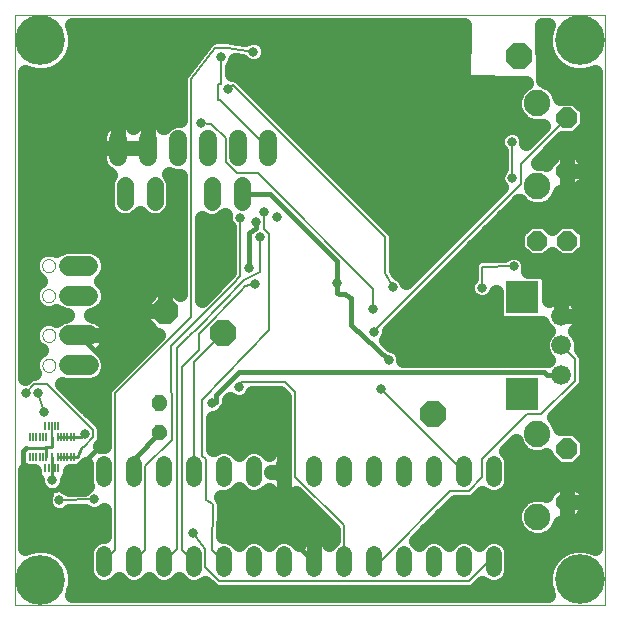
<source format=gtl>
G75*
%MOIN*%
%OFA0B0*%
%FSLAX24Y24*%
%IPPOS*%
%LPD*%
%AMOC8*
5,1,8,0,0,1.08239X$1,22.5*
%
%ADD10C,0.0000*%
%ADD11OC8,0.0850*%
%ADD12C,0.0520*%
%ADD13C,0.0560*%
%ADD14C,0.0104*%
%ADD15OC8,0.0660*%
%ADD16OC8,0.0700*%
%ADD17C,0.0885*%
%ADD18C,0.0660*%
%ADD19R,0.1102X0.1102*%
%ADD20C,0.0600*%
%ADD21C,0.0650*%
%ADD22R,0.0112X0.0276*%
%ADD23C,0.0160*%
%ADD24C,0.0317*%
%ADD25C,0.0110*%
%ADD26C,0.0500*%
%ADD27C,0.0100*%
%ADD28C,0.0080*%
%ADD29C,0.1660*%
D10*
X000350Y000350D02*
X000350Y020035D01*
X020035Y020035D01*
X020035Y000350D01*
X000350Y000350D01*
X001267Y008344D02*
X001269Y008373D01*
X001275Y008401D01*
X001284Y008429D01*
X001297Y008455D01*
X001314Y008478D01*
X001333Y008500D01*
X001355Y008519D01*
X001380Y008534D01*
X001406Y008547D01*
X001434Y008555D01*
X001462Y008560D01*
X001491Y008561D01*
X001520Y008558D01*
X001548Y008551D01*
X001575Y008541D01*
X001601Y008527D01*
X001624Y008510D01*
X001645Y008490D01*
X001663Y008467D01*
X001678Y008442D01*
X001689Y008415D01*
X001697Y008387D01*
X001701Y008358D01*
X001701Y008330D01*
X001697Y008301D01*
X001689Y008273D01*
X001678Y008246D01*
X001663Y008221D01*
X001645Y008198D01*
X001624Y008178D01*
X001601Y008161D01*
X001575Y008147D01*
X001548Y008137D01*
X001520Y008130D01*
X001491Y008127D01*
X001462Y008128D01*
X001434Y008133D01*
X001406Y008141D01*
X001380Y008154D01*
X001355Y008169D01*
X001333Y008188D01*
X001314Y008210D01*
X001297Y008233D01*
X001284Y008259D01*
X001275Y008287D01*
X001269Y008315D01*
X001267Y008344D01*
X001267Y009344D02*
X001269Y009373D01*
X001275Y009401D01*
X001284Y009429D01*
X001297Y009455D01*
X001314Y009478D01*
X001333Y009500D01*
X001355Y009519D01*
X001380Y009534D01*
X001406Y009547D01*
X001434Y009555D01*
X001462Y009560D01*
X001491Y009561D01*
X001520Y009558D01*
X001548Y009551D01*
X001575Y009541D01*
X001601Y009527D01*
X001624Y009510D01*
X001645Y009490D01*
X001663Y009467D01*
X001678Y009442D01*
X001689Y009415D01*
X001697Y009387D01*
X001701Y009358D01*
X001701Y009330D01*
X001697Y009301D01*
X001689Y009273D01*
X001678Y009246D01*
X001663Y009221D01*
X001645Y009198D01*
X001624Y009178D01*
X001601Y009161D01*
X001575Y009147D01*
X001548Y009137D01*
X001520Y009130D01*
X001491Y009127D01*
X001462Y009128D01*
X001434Y009133D01*
X001406Y009141D01*
X001380Y009154D01*
X001355Y009169D01*
X001333Y009188D01*
X001314Y009210D01*
X001297Y009233D01*
X001284Y009259D01*
X001275Y009287D01*
X001269Y009315D01*
X001267Y009344D01*
X001259Y010670D02*
X001261Y010699D01*
X001267Y010727D01*
X001276Y010755D01*
X001289Y010781D01*
X001306Y010804D01*
X001325Y010826D01*
X001347Y010845D01*
X001372Y010860D01*
X001398Y010873D01*
X001426Y010881D01*
X001454Y010886D01*
X001483Y010887D01*
X001512Y010884D01*
X001540Y010877D01*
X001567Y010867D01*
X001593Y010853D01*
X001616Y010836D01*
X001637Y010816D01*
X001655Y010793D01*
X001670Y010768D01*
X001681Y010741D01*
X001689Y010713D01*
X001693Y010684D01*
X001693Y010656D01*
X001689Y010627D01*
X001681Y010599D01*
X001670Y010572D01*
X001655Y010547D01*
X001637Y010524D01*
X001616Y010504D01*
X001593Y010487D01*
X001567Y010473D01*
X001540Y010463D01*
X001512Y010456D01*
X001483Y010453D01*
X001454Y010454D01*
X001426Y010459D01*
X001398Y010467D01*
X001372Y010480D01*
X001347Y010495D01*
X001325Y010514D01*
X001306Y010536D01*
X001289Y010559D01*
X001276Y010585D01*
X001267Y010613D01*
X001261Y010641D01*
X001259Y010670D01*
X001259Y011670D02*
X001261Y011699D01*
X001267Y011727D01*
X001276Y011755D01*
X001289Y011781D01*
X001306Y011804D01*
X001325Y011826D01*
X001347Y011845D01*
X001372Y011860D01*
X001398Y011873D01*
X001426Y011881D01*
X001454Y011886D01*
X001483Y011887D01*
X001512Y011884D01*
X001540Y011877D01*
X001567Y011867D01*
X001593Y011853D01*
X001616Y011836D01*
X001637Y011816D01*
X001655Y011793D01*
X001670Y011768D01*
X001681Y011741D01*
X001689Y011713D01*
X001693Y011684D01*
X001693Y011656D01*
X001689Y011627D01*
X001681Y011599D01*
X001670Y011572D01*
X001655Y011547D01*
X001637Y011524D01*
X001616Y011504D01*
X001593Y011487D01*
X001567Y011473D01*
X001540Y011463D01*
X001512Y011456D01*
X001483Y011453D01*
X001454Y011454D01*
X001426Y011459D01*
X001398Y011467D01*
X001372Y011480D01*
X001347Y011495D01*
X001325Y011514D01*
X001306Y011536D01*
X001289Y011559D01*
X001276Y011585D01*
X001267Y011613D01*
X001261Y011641D01*
X001259Y011670D01*
D11*
X005350Y010143D03*
X007280Y009422D03*
X014277Y006729D03*
X017168Y018666D03*
D12*
X016317Y005065D02*
X016317Y004545D01*
X015317Y004545D02*
X015317Y005065D01*
X014317Y005065D02*
X014317Y004545D01*
X013317Y004545D02*
X013317Y005065D01*
X012317Y005065D02*
X012317Y004545D01*
X011317Y004545D02*
X011317Y005065D01*
X010317Y005065D02*
X010317Y004545D01*
X009317Y004545D02*
X009317Y005065D01*
X008317Y005065D02*
X008317Y004545D01*
X007317Y004545D02*
X007317Y005065D01*
X006317Y005065D02*
X006317Y004545D01*
X005317Y004545D02*
X005317Y005065D01*
X004317Y005065D02*
X004317Y004545D01*
X003317Y004545D02*
X003317Y005065D01*
X003317Y002065D02*
X003317Y001545D01*
X004317Y001545D02*
X004317Y002065D01*
X005317Y002065D02*
X005317Y001545D01*
X006317Y001545D02*
X006317Y002065D01*
X007317Y002065D02*
X007317Y001545D01*
X008317Y001545D02*
X008317Y002065D01*
X009317Y002065D02*
X009317Y001545D01*
X010317Y001545D02*
X010317Y002065D01*
X011317Y002065D02*
X011317Y001545D01*
X012317Y001545D02*
X012317Y002065D01*
X013317Y002065D02*
X013317Y001545D01*
X014317Y001545D02*
X014317Y002065D01*
X015317Y002065D02*
X015317Y001545D01*
X016317Y001545D02*
X016317Y002065D01*
D13*
X007916Y013783D02*
X007916Y014343D01*
X006916Y014343D02*
X006916Y013783D01*
X005021Y013790D02*
X005021Y014350D01*
X004021Y014350D02*
X004021Y013790D01*
D14*
X004998Y007072D02*
X004946Y007020D01*
X004946Y007192D01*
X005067Y007313D01*
X005239Y007313D01*
X005360Y007192D01*
X005360Y007020D01*
X005239Y006899D01*
X005067Y006899D01*
X004946Y007020D01*
X005024Y007052D01*
X005024Y007160D01*
X005099Y007235D01*
X005207Y007235D01*
X005282Y007160D01*
X005282Y007052D01*
X005207Y006977D01*
X005099Y006977D01*
X005024Y007052D01*
X005102Y007085D01*
X005102Y007127D01*
X005132Y007157D01*
X005174Y007157D01*
X005204Y007127D01*
X005204Y007085D01*
X005174Y007055D01*
X005132Y007055D01*
X005102Y007085D01*
X004998Y006082D02*
X004946Y006030D01*
X004946Y006202D01*
X005067Y006323D01*
X005239Y006323D01*
X005360Y006202D01*
X005360Y006030D01*
X005239Y005909D01*
X005067Y005909D01*
X004946Y006030D01*
X005024Y006062D01*
X005024Y006170D01*
X005099Y006245D01*
X005207Y006245D01*
X005282Y006170D01*
X005282Y006062D01*
X005207Y005987D01*
X005099Y005987D01*
X005024Y006062D01*
X005102Y006095D01*
X005102Y006137D01*
X005132Y006167D01*
X005174Y006167D01*
X005204Y006137D01*
X005204Y006095D01*
X005174Y006065D01*
X005132Y006065D01*
X005102Y006095D01*
D15*
X017763Y012502D03*
X018763Y012502D03*
D16*
X018753Y014814D03*
X018753Y016594D03*
X018753Y005571D03*
X018753Y003791D03*
D17*
X017773Y003301D03*
X017773Y006061D03*
X017773Y014324D03*
X017773Y017084D03*
D18*
X018568Y009996D03*
X018568Y009011D03*
X018568Y008027D03*
D19*
X017268Y007397D03*
X017268Y010626D03*
D20*
X008804Y015289D02*
X008804Y015889D01*
X007804Y015889D02*
X007804Y015289D01*
X006804Y015289D02*
X006804Y015889D01*
X005804Y015889D02*
X005804Y015289D01*
X004804Y015289D02*
X004804Y015889D01*
X003804Y015889D02*
X003804Y015289D01*
D21*
X002801Y011670D02*
X002151Y011670D01*
X002151Y010670D02*
X002801Y010670D01*
X002809Y009344D02*
X002160Y009344D01*
X002160Y008344D02*
X002809Y008344D01*
D22*
X001804Y006336D03*
X001696Y006336D03*
X001588Y006336D03*
X001481Y006336D03*
X001374Y006336D03*
X001588Y006148D03*
X001588Y005953D03*
X001785Y005953D03*
X001892Y005953D03*
X001999Y005953D03*
X002105Y005953D03*
X002214Y005953D03*
X002321Y005953D03*
X002320Y005304D03*
X002213Y005304D03*
X002104Y005304D03*
X001998Y005305D03*
X001891Y005305D03*
X001785Y005303D03*
X001588Y005303D03*
X001391Y005303D03*
X001286Y005304D03*
X001179Y005304D03*
X001070Y005304D03*
X000964Y005304D03*
X000857Y005304D03*
X001374Y004920D03*
X001481Y004920D03*
X001588Y004920D03*
X001696Y004920D03*
X001804Y004920D03*
X001588Y005083D03*
X001391Y005953D03*
X001282Y005953D03*
X001175Y005953D03*
X001066Y005953D03*
X000960Y005953D03*
X000853Y005953D03*
D23*
X000728Y005602D02*
X000633Y005507D01*
X000633Y005019D01*
X001460Y004193D01*
X001728Y004193D01*
X002476Y004941D01*
X002610Y004807D01*
X002476Y004941D02*
X003295Y005759D01*
X003295Y008547D01*
X002492Y009350D01*
X002484Y009344D01*
X006508Y010536D02*
X007466Y011591D01*
X008158Y011591D02*
X008159Y012774D01*
X008381Y012925D01*
X008381Y013114D01*
X007917Y014059D02*
X007916Y014063D01*
X007917Y014059D02*
X008854Y014059D01*
X011082Y011830D01*
X011084Y011098D01*
X011079Y010769D01*
X011153Y010736D01*
X011358Y010736D01*
X011476Y010618D01*
X011550Y010584D01*
X011553Y010274D01*
X011553Y009691D01*
X012816Y008534D01*
X007830Y008130D02*
X007071Y007370D01*
X007071Y007137D01*
X006929Y007137D01*
X006929Y007082D01*
X007830Y008130D02*
X017988Y008130D01*
X018090Y008027D01*
X018568Y008027D01*
X010311Y001807D02*
X009626Y002492D01*
X008145Y002492D01*
X008090Y002437D01*
X007842Y002408D01*
X008720Y003849D02*
X009279Y003322D01*
X010311Y001807D02*
X010317Y001805D01*
X005193Y006114D02*
X004319Y005240D01*
X004319Y004807D01*
X004317Y004805D01*
X005153Y006116D02*
X005193Y006114D01*
D24*
X006929Y007082D03*
X007818Y007611D03*
X006508Y010536D03*
X007466Y011591D03*
X008158Y011591D03*
X008358Y011060D03*
X008538Y012625D03*
X008381Y013114D03*
X008673Y013445D03*
X009101Y013299D03*
X007845Y013263D03*
X011084Y011098D03*
X012297Y010239D03*
X012941Y010955D03*
X012326Y009468D03*
X012816Y008534D03*
X012573Y007573D03*
X015921Y010932D03*
X016975Y011646D03*
X016926Y014596D03*
X016918Y015799D03*
X008304Y018805D03*
X007214Y018608D03*
X007472Y017573D03*
X006543Y016434D03*
X001122Y007437D03*
X000720Y007437D03*
X001329Y006778D03*
X002684Y006056D03*
X002610Y004807D03*
X001595Y004511D03*
X001834Y003842D03*
X002988Y003881D03*
X006286Y002741D03*
X007842Y002408D03*
X009279Y003322D03*
X008720Y003849D03*
D25*
X002684Y006056D02*
X002561Y005957D01*
X002561Y005953D01*
X001785Y005953D01*
X001588Y005953D02*
X001588Y005626D01*
X001389Y005627D01*
X001334Y005602D01*
X000728Y005602D01*
X001389Y005627D02*
X001390Y005336D01*
X001588Y005303D02*
X001592Y005303D01*
X001597Y004851D01*
X001595Y004511D01*
D26*
X002052Y004338D02*
X002765Y004338D01*
X002772Y004320D02*
X002711Y004295D01*
X002656Y004240D01*
X002144Y004222D01*
X002111Y004256D01*
X002032Y004289D01*
X002083Y004414D01*
X002083Y004540D01*
X002139Y004595D01*
X002190Y004717D01*
X002190Y004837D01*
X002226Y004837D01*
X002442Y004837D01*
X002563Y004887D01*
X002654Y004978D01*
X002661Y004981D01*
X002727Y005047D01*
X002727Y004428D01*
X002772Y004320D01*
X002727Y004837D02*
X002190Y004837D01*
X002226Y004837D02*
X002226Y004837D01*
X001398Y004064D02*
X001318Y004097D01*
X001181Y004234D01*
X001107Y004414D01*
X001107Y004527D01*
X001038Y004596D01*
X000988Y004717D01*
X000988Y004836D01*
X000949Y004836D01*
X000948Y004836D01*
X000735Y004836D01*
X000700Y004851D01*
X000700Y002251D01*
X000752Y002281D01*
X001047Y002360D01*
X001353Y002360D01*
X001648Y002281D01*
X001912Y002128D01*
X002128Y001912D01*
X002281Y001648D01*
X002360Y001353D01*
X002360Y001047D01*
X002281Y000752D01*
X002251Y000700D01*
X018136Y000700D01*
X018099Y000765D01*
X018019Y001060D01*
X018019Y001365D01*
X018099Y001660D01*
X018251Y001924D01*
X018467Y002140D01*
X018732Y002293D01*
X019027Y002372D01*
X019332Y002372D01*
X019627Y002293D01*
X019685Y002260D01*
X019685Y018128D01*
X019629Y018096D01*
X019334Y018017D01*
X019029Y018017D01*
X018734Y018096D01*
X018469Y018248D01*
X018253Y018464D01*
X018101Y018729D01*
X018022Y019024D01*
X018022Y019329D01*
X018101Y019624D01*
X018136Y019685D01*
X017915Y019685D01*
X017949Y017848D01*
X018211Y017739D01*
X018428Y017522D01*
X018531Y017274D01*
X019035Y017274D01*
X019433Y016876D01*
X019433Y016313D01*
X019035Y015914D01*
X018595Y015914D01*
X017778Y015097D01*
X017927Y015097D01*
X018053Y015044D01*
X018053Y015104D01*
X018463Y015514D01*
X018753Y015514D01*
X018753Y014814D01*
X018753Y014814D01*
X018753Y014114D01*
X018523Y014114D01*
X018428Y013887D01*
X018211Y013669D01*
X017927Y013552D01*
X017620Y013552D01*
X017336Y013669D01*
X017166Y013839D01*
X012815Y009488D01*
X012815Y009371D01*
X012740Y009191D01*
X012724Y009175D01*
X012890Y009022D01*
X012914Y009022D01*
X013093Y008948D01*
X013230Y008810D01*
X013305Y008631D01*
X013305Y008540D01*
X018069Y008540D01*
X018124Y008517D01*
X018126Y008519D01*
X018008Y008638D01*
X017908Y008880D01*
X017908Y009143D01*
X018008Y009385D01*
X018112Y009489D01*
X018055Y009546D01*
X018001Y009617D01*
X017956Y009694D01*
X017928Y009762D01*
X017885Y009744D01*
X016652Y009744D01*
X016530Y009795D01*
X016437Y009887D01*
X016387Y010009D01*
X016387Y010782D01*
X016335Y010655D01*
X016197Y010518D01*
X016018Y010443D01*
X015824Y010443D01*
X015644Y010518D01*
X015507Y010655D01*
X015432Y010835D01*
X015432Y011029D01*
X015507Y011208D01*
X015550Y011252D01*
X015550Y011399D01*
X015550Y011400D01*
X015550Y011473D01*
X015550Y011546D01*
X015550Y011546D01*
X015550Y011639D01*
X015549Y011711D01*
X015550Y011712D01*
X015550Y011713D01*
X015578Y011781D01*
X015605Y011848D01*
X015606Y011848D01*
X015606Y011849D01*
X015658Y011901D01*
X015708Y011952D01*
X015709Y011953D01*
X015710Y011953D01*
X015777Y011981D01*
X015844Y012009D01*
X015845Y012009D01*
X015846Y012010D01*
X015919Y012010D01*
X016653Y012014D01*
X016699Y012060D01*
X016878Y012134D01*
X017073Y012134D01*
X017252Y012060D01*
X017389Y011922D01*
X017464Y011743D01*
X017464Y011549D01*
X017446Y011507D01*
X017885Y011507D01*
X018007Y011457D01*
X018099Y011364D01*
X018150Y011242D01*
X018150Y010532D01*
X018189Y010562D01*
X018266Y010607D01*
X018349Y010641D01*
X018435Y010664D01*
X018523Y010676D01*
X018568Y010676D01*
X018568Y009996D01*
X018568Y009996D01*
X019248Y009996D01*
X019248Y010040D01*
X019236Y010129D01*
X019213Y010215D01*
X019179Y010297D01*
X019134Y010374D01*
X019080Y010445D01*
X019017Y010508D01*
X018946Y010562D01*
X018869Y010607D01*
X018787Y010641D01*
X018701Y010664D01*
X018612Y010676D01*
X018568Y010676D01*
X018568Y009996D01*
X018568Y009996D01*
X019248Y009996D01*
X019248Y009951D01*
X019236Y009863D01*
X019213Y009777D01*
X019179Y009694D01*
X019134Y009617D01*
X019080Y009546D01*
X019023Y009489D01*
X019127Y009385D01*
X019228Y009143D01*
X019228Y008880D01*
X019227Y008878D01*
X019333Y008772D01*
X019389Y008636D01*
X019389Y007765D01*
X019333Y007629D01*
X019229Y007525D01*
X018315Y006611D01*
X018428Y006498D01*
X018531Y006251D01*
X019035Y006251D01*
X019433Y005852D01*
X019433Y005289D01*
X019035Y004891D01*
X018472Y004891D01*
X018073Y005289D01*
X018073Y005349D01*
X017927Y005288D01*
X017620Y005288D01*
X017336Y005406D01*
X017118Y005623D01*
X017041Y005809D01*
X016724Y005492D01*
X016817Y005399D01*
X016907Y005183D01*
X016907Y004428D01*
X016817Y004211D01*
X016651Y004045D01*
X016435Y003955D01*
X016200Y003955D01*
X015983Y004045D01*
X015933Y004095D01*
X015686Y003847D01*
X015550Y003791D01*
X015023Y003791D01*
X013724Y002492D01*
X013817Y002400D01*
X013983Y002565D01*
X014200Y002655D01*
X014435Y002655D01*
X014651Y002565D01*
X014817Y002400D01*
X014983Y002565D01*
X015200Y002655D01*
X015435Y002655D01*
X015651Y002565D01*
X015817Y002400D01*
X015983Y002565D01*
X016200Y002655D01*
X016435Y002655D01*
X016651Y002565D01*
X016817Y002399D01*
X016907Y002183D01*
X016907Y001428D01*
X016817Y001211D01*
X016651Y001045D01*
X016435Y000955D01*
X016200Y000955D01*
X015983Y001045D01*
X015933Y001095D01*
X015790Y000951D01*
X015686Y000847D01*
X015550Y000791D01*
X007087Y000791D01*
X006951Y000847D01*
X006847Y000951D01*
X006847Y000951D01*
X006703Y001096D01*
X006651Y001045D01*
X006435Y000955D01*
X006200Y000955D01*
X005983Y001045D01*
X005817Y001211D01*
X005651Y001045D01*
X005435Y000955D01*
X005200Y000955D01*
X004983Y001045D01*
X004817Y001211D01*
X004651Y001045D01*
X004435Y000955D01*
X004200Y000955D01*
X003983Y001045D01*
X003817Y001211D01*
X003651Y001045D01*
X003435Y000955D01*
X003200Y000955D01*
X002983Y001045D01*
X002817Y001211D01*
X002727Y001428D01*
X002727Y002183D01*
X002817Y002399D01*
X002983Y002565D01*
X003200Y002655D01*
X003334Y002655D01*
X003334Y003537D01*
X003265Y003467D01*
X003085Y003393D01*
X002891Y003393D01*
X002711Y003467D01*
X002678Y003500D01*
X002166Y003483D01*
X002111Y003428D01*
X001931Y003353D01*
X001737Y003353D01*
X001557Y003428D01*
X001420Y003565D01*
X001346Y003744D01*
X001346Y003939D01*
X001398Y004064D01*
X001346Y003840D02*
X000700Y003840D01*
X000700Y003341D02*
X003334Y003341D01*
X003334Y002843D02*
X000700Y002843D01*
X000700Y002344D02*
X000988Y002344D01*
X001412Y002344D02*
X002794Y002344D01*
X002727Y001846D02*
X002167Y001846D01*
X002360Y001347D02*
X002761Y001347D01*
X002307Y000849D02*
X006950Y000849D01*
X007817Y002400D02*
X007651Y002565D01*
X007435Y002655D01*
X007307Y002655D01*
X007317Y003695D01*
X007323Y003750D01*
X007318Y003768D01*
X007318Y003787D01*
X007297Y003838D01*
X007281Y003892D01*
X007270Y003906D01*
X007263Y003923D01*
X007231Y003955D01*
X007435Y003955D01*
X007651Y004045D01*
X007817Y004211D01*
X007983Y004045D01*
X008200Y003955D01*
X008435Y003955D01*
X008651Y004045D01*
X008811Y004204D01*
X008852Y004148D01*
X008920Y004080D01*
X008998Y004024D01*
X009083Y003980D01*
X009174Y003950D01*
X009269Y003935D01*
X009317Y003935D01*
X009317Y004805D01*
X008907Y004805D01*
X008907Y004805D01*
X009317Y004805D01*
X009317Y004805D01*
X009317Y004805D01*
X009317Y003935D01*
X009365Y003935D01*
X009460Y003950D01*
X009551Y003980D01*
X009637Y004024D01*
X009715Y004080D01*
X009717Y004082D01*
X010941Y002858D01*
X010941Y002523D01*
X010824Y002406D01*
X010783Y002463D01*
X010715Y002531D01*
X010637Y002587D01*
X010551Y002631D01*
X010460Y002660D01*
X010365Y002675D01*
X010317Y002675D01*
X010269Y002675D01*
X010174Y002660D01*
X010083Y002631D01*
X009998Y002587D01*
X009920Y002531D01*
X009852Y002463D01*
X009811Y002406D01*
X009651Y002565D01*
X009435Y002655D01*
X009200Y002655D01*
X008983Y002565D01*
X008817Y002400D01*
X008651Y002565D01*
X008435Y002655D01*
X008200Y002655D01*
X007983Y002565D01*
X007817Y002400D01*
X007309Y002843D02*
X010941Y002843D01*
X010317Y002675D02*
X010317Y001805D01*
X010317Y002675D01*
X010317Y002344D02*
X010317Y002344D01*
X010317Y001846D02*
X010317Y001846D01*
X010317Y001805D02*
X010317Y001805D01*
X010458Y003341D02*
X007314Y003341D01*
X007297Y003840D02*
X009959Y003840D01*
X009317Y004338D02*
X009317Y004338D01*
X009334Y004805D02*
X009317Y004805D01*
X009317Y005675D01*
X009269Y005675D01*
X009174Y005660D01*
X009083Y005631D01*
X008998Y005587D01*
X008920Y005531D01*
X008852Y005463D01*
X008811Y005406D01*
X008651Y005565D01*
X008435Y005655D01*
X008200Y005655D01*
X007983Y005565D01*
X007817Y005400D01*
X007651Y005565D01*
X007435Y005655D01*
X007200Y005655D01*
X006983Y005565D01*
X006964Y005546D01*
X006964Y006594D01*
X007027Y006594D01*
X007206Y006668D01*
X007344Y006806D01*
X007361Y006848D01*
X007418Y006905D01*
X007481Y007056D01*
X007481Y007201D01*
X007509Y007229D01*
X007541Y007197D01*
X007721Y007123D01*
X007915Y007123D01*
X008095Y007197D01*
X008232Y007334D01*
X008271Y007429D01*
X009197Y007429D01*
X009334Y007291D01*
X009334Y005675D01*
X009317Y005675D01*
X009317Y004805D01*
X009317Y004805D01*
X009317Y004805D01*
X009334Y004805D01*
X009334Y004805D01*
X009317Y004837D02*
X009317Y004837D01*
X009317Y005335D02*
X009317Y005335D01*
X009334Y005834D02*
X006964Y005834D01*
X006964Y006332D02*
X009334Y006332D01*
X009334Y006831D02*
X007354Y006831D01*
X008227Y007329D02*
X009297Y007329D01*
X012795Y009323D02*
X017982Y009323D01*
X017931Y008825D02*
X013216Y008825D01*
X013148Y009822D02*
X016503Y009822D01*
X016387Y010320D02*
X013646Y010320D01*
X014145Y010819D02*
X015439Y010819D01*
X015550Y011317D02*
X014643Y011317D01*
X015142Y011816D02*
X015592Y011816D01*
X015640Y012314D02*
X017103Y012314D01*
X017103Y012228D02*
X017490Y011842D01*
X018037Y011842D01*
X018263Y012068D01*
X018490Y011842D01*
X019037Y011842D01*
X019423Y012228D01*
X019423Y012775D01*
X019037Y013162D01*
X018490Y013162D01*
X018263Y012935D01*
X018037Y013162D01*
X017490Y013162D01*
X017103Y012775D01*
X017103Y012228D01*
X017434Y011816D02*
X019685Y011816D01*
X019685Y011317D02*
X018119Y011317D01*
X018150Y010819D02*
X019685Y010819D01*
X019685Y010320D02*
X019166Y010320D01*
X019225Y009822D02*
X019685Y009822D01*
X019685Y009323D02*
X019153Y009323D01*
X019281Y008825D02*
X019685Y008825D01*
X019685Y008326D02*
X019389Y008326D01*
X019389Y007828D02*
X019685Y007828D01*
X019685Y007329D02*
X019033Y007329D01*
X018535Y006831D02*
X019685Y006831D01*
X019685Y006332D02*
X018497Y006332D01*
X019433Y005834D02*
X019685Y005834D01*
X019685Y005335D02*
X019433Y005335D01*
X019685Y004837D02*
X016907Y004837D01*
X016870Y004338D02*
X018311Y004338D01*
X018463Y004491D02*
X018053Y004081D01*
X018053Y004021D01*
X017927Y004073D01*
X017620Y004073D01*
X017336Y003956D01*
X017118Y003738D01*
X017001Y003454D01*
X017001Y003147D01*
X017118Y002863D01*
X017336Y002646D01*
X017620Y002528D01*
X017927Y002528D01*
X018211Y002646D01*
X018428Y002863D01*
X018523Y003091D01*
X018753Y003091D01*
X018753Y003791D01*
X018753Y004491D01*
X018463Y004491D01*
X018753Y004491D02*
X018753Y003791D01*
X018753Y003791D01*
X018753Y003791D01*
X019453Y003791D01*
X019453Y004081D01*
X019043Y004491D01*
X018753Y004491D01*
X018753Y004338D02*
X018753Y004338D01*
X019196Y004338D02*
X019685Y004338D01*
X019685Y003840D02*
X019453Y003840D01*
X019453Y003791D02*
X018753Y003791D01*
X018753Y003791D01*
X018753Y003091D01*
X019043Y003091D01*
X019453Y003501D01*
X019453Y003791D01*
X019294Y003341D02*
X019685Y003341D01*
X019685Y002843D02*
X018408Y002843D01*
X018921Y002344D02*
X016840Y002344D01*
X016907Y001846D02*
X018206Y001846D01*
X018019Y001347D02*
X016874Y001347D01*
X015687Y000849D02*
X018076Y000849D01*
X019437Y002344D02*
X019685Y002344D01*
X018753Y003341D02*
X018753Y003341D01*
X018753Y003840D02*
X018753Y003840D01*
X017220Y003840D02*
X015667Y003840D01*
X014573Y003341D02*
X017001Y003341D01*
X017139Y002843D02*
X014074Y002843D01*
X016844Y005335D02*
X017507Y005335D01*
X018040Y005335D02*
X018073Y005335D01*
X018568Y010320D02*
X018568Y010320D01*
X019423Y012314D02*
X019685Y012314D01*
X019685Y012813D02*
X019386Y012813D01*
X019685Y013311D02*
X016637Y013311D01*
X017136Y013810D02*
X017196Y013810D01*
X016556Y014276D02*
X013401Y011121D01*
X013356Y011232D01*
X013218Y011370D01*
X013121Y011410D01*
X013057Y011530D01*
X013048Y011684D01*
X013048Y012543D01*
X013048Y012543D01*
X013048Y012617D01*
X013048Y012690D01*
X013048Y012691D01*
X013020Y012758D01*
X012992Y012826D01*
X012992Y012827D01*
X012940Y012878D01*
X012888Y012931D01*
X012888Y012931D01*
X007888Y017926D01*
X007857Y017966D01*
X007836Y017978D01*
X007819Y017994D01*
X007773Y018014D01*
X007729Y018039D01*
X007705Y018042D01*
X007683Y018051D01*
X007633Y018051D01*
X007583Y018057D01*
X007581Y018057D01*
X007580Y018057D01*
X007582Y018285D01*
X007628Y018331D01*
X007702Y018511D01*
X007702Y018528D01*
X007927Y018491D01*
X008027Y018391D01*
X008207Y018317D01*
X008401Y018317D01*
X008581Y018391D01*
X008718Y018529D01*
X008792Y018708D01*
X008792Y018903D01*
X008718Y019082D01*
X008581Y019219D01*
X008401Y019294D01*
X008207Y019294D01*
X008037Y019223D01*
X007566Y019299D01*
X007530Y019313D01*
X007494Y019311D01*
X007457Y019317D01*
X007421Y019308D01*
X007414Y019308D01*
X007090Y019308D01*
X007066Y019314D01*
X007017Y019308D01*
X006966Y019308D01*
X006944Y019299D01*
X006920Y019296D01*
X006877Y019271D01*
X006830Y019252D01*
X006813Y019235D01*
X006793Y019223D01*
X006762Y019183D01*
X006726Y019148D01*
X006717Y019125D01*
X005946Y018131D01*
X005910Y018095D01*
X005901Y018073D01*
X005886Y018054D01*
X005873Y018005D01*
X005854Y017959D01*
X005854Y017935D01*
X005848Y017912D01*
X005854Y017862D01*
X005854Y016519D01*
X005679Y016519D01*
X005447Y016423D01*
X005315Y016291D01*
X005294Y016319D01*
X005233Y016379D01*
X005166Y016431D01*
X005092Y016473D01*
X005013Y016506D01*
X004931Y016528D01*
X004847Y016539D01*
X004804Y016539D01*
X004804Y015589D01*
X004154Y015589D01*
X003804Y015589D01*
X003804Y015589D01*
X003154Y015589D01*
X003154Y015246D01*
X003165Y015162D01*
X003187Y015080D01*
X003220Y015001D01*
X003262Y014927D01*
X003314Y014860D01*
X003374Y014799D01*
X003442Y014747D01*
X003514Y014706D01*
X003504Y014695D01*
X003411Y014471D01*
X003411Y013669D01*
X003504Y013444D01*
X003675Y013273D01*
X003899Y013180D01*
X004142Y013180D01*
X004366Y013273D01*
X004521Y013427D01*
X004675Y013273D01*
X004899Y013180D01*
X005142Y013180D01*
X005366Y013273D01*
X005538Y013444D01*
X005631Y013669D01*
X005631Y014471D01*
X005538Y014695D01*
X005500Y014733D01*
X005679Y014659D01*
X005854Y014659D01*
X005854Y010735D01*
X005671Y010918D01*
X005350Y010918D01*
X005350Y010143D01*
X005350Y010143D01*
X004575Y010143D01*
X004575Y009822D01*
X005029Y009368D01*
X005128Y009368D01*
X003495Y007735D01*
X003391Y007630D01*
X003334Y007494D01*
X003334Y005655D01*
X003202Y005655D01*
X003278Y005731D01*
X003334Y005867D01*
X003334Y006250D01*
X003278Y006386D01*
X001937Y007728D01*
X002029Y007689D01*
X002939Y007689D01*
X003180Y007789D01*
X003364Y007973D01*
X003464Y008214D01*
X003464Y008474D01*
X003364Y008715D01*
X003249Y008831D01*
X003255Y008836D01*
X003318Y008898D01*
X003372Y008968D01*
X003416Y009045D01*
X003450Y009127D01*
X003472Y009212D01*
X003484Y009300D01*
X003484Y009344D01*
X003484Y009388D01*
X003472Y009476D01*
X003450Y009561D01*
X003416Y009643D01*
X003372Y009720D01*
X003318Y009790D01*
X003255Y009852D01*
X003185Y009906D01*
X003108Y009950D01*
X003027Y009984D01*
X002941Y010007D01*
X002878Y010016D01*
X002931Y010016D01*
X003172Y010115D01*
X003356Y010299D01*
X003456Y010540D01*
X003456Y010801D01*
X003356Y011041D01*
X003227Y011170D01*
X003356Y011299D01*
X003456Y011540D01*
X003456Y011801D01*
X003356Y012041D01*
X003172Y012225D01*
X002931Y012325D01*
X002021Y012325D01*
X001781Y012225D01*
X001732Y012177D01*
X001589Y012237D01*
X001364Y012237D01*
X001155Y012151D01*
X000996Y011991D01*
X000910Y011783D01*
X000910Y011558D01*
X000996Y011349D01*
X001155Y011190D01*
X001203Y011170D01*
X001155Y011151D01*
X000996Y010991D01*
X000910Y010783D01*
X000910Y010558D01*
X000996Y010349D01*
X001155Y010190D01*
X001364Y010104D01*
X001589Y010104D01*
X001732Y010163D01*
X001781Y010115D01*
X002021Y010016D01*
X002091Y010016D01*
X002028Y010007D01*
X001942Y009984D01*
X001861Y009950D01*
X001784Y009906D01*
X001722Y009859D01*
X001597Y009910D01*
X001372Y009910D01*
X001164Y009824D01*
X001004Y009665D01*
X000918Y009457D01*
X000918Y009231D01*
X001004Y009023D01*
X001164Y008864D01*
X001211Y008844D01*
X001164Y008824D01*
X001164Y008825D02*
X000700Y008825D01*
X001004Y008665D02*
X000918Y008457D01*
X000918Y008231D01*
X000976Y008090D01*
X000930Y008090D01*
X000794Y008034D01*
X000700Y007940D01*
X000700Y018125D01*
X000753Y018094D01*
X001048Y018015D01*
X001353Y018015D01*
X001648Y018094D01*
X001913Y018247D01*
X002129Y018463D01*
X002282Y018727D01*
X002361Y019022D01*
X002361Y019328D01*
X002282Y019623D01*
X002246Y019685D01*
X015311Y019685D01*
X015298Y017775D01*
X017388Y017761D01*
X017336Y017739D01*
X017118Y017522D01*
X017001Y017238D01*
X017001Y016931D01*
X017118Y016647D01*
X017336Y016429D01*
X017620Y016312D01*
X017927Y016312D01*
X017959Y016325D01*
X017407Y015773D01*
X017407Y015896D01*
X017333Y016076D01*
X017195Y016213D01*
X017016Y016288D01*
X016821Y016288D01*
X016642Y016213D01*
X016504Y016076D01*
X016430Y015896D01*
X016430Y015702D01*
X016504Y015522D01*
X016550Y015476D01*
X016554Y014915D01*
X016512Y014873D01*
X016437Y014693D01*
X016437Y014499D01*
X016512Y014320D01*
X016556Y014276D01*
X016523Y014308D02*
X011509Y014308D01*
X011010Y014807D02*
X016484Y014807D01*
X016551Y015305D02*
X010511Y015305D01*
X010012Y015804D02*
X016430Y015804D01*
X017407Y015804D02*
X017438Y015804D01*
X017936Y016302D02*
X009513Y016302D01*
X009014Y016801D02*
X017055Y016801D01*
X017026Y017299D02*
X008515Y017299D01*
X008016Y017798D02*
X015298Y017798D01*
X015301Y018296D02*
X007593Y018296D01*
X006461Y018795D02*
X002300Y018795D01*
X002361Y019293D02*
X006915Y019293D01*
X007606Y019293D02*
X008205Y019293D01*
X008403Y019293D02*
X015308Y019293D01*
X015305Y018795D02*
X008792Y018795D01*
X006074Y018296D02*
X001962Y018296D01*
X000700Y017798D02*
X005854Y017798D01*
X005854Y017299D02*
X000700Y017299D01*
X000700Y016801D02*
X005854Y016801D01*
X005326Y016302D02*
X005306Y016302D01*
X004804Y016302D02*
X004804Y016302D01*
X004677Y016528D02*
X004595Y016506D01*
X004516Y016473D01*
X004442Y016431D01*
X004374Y016379D01*
X004314Y016319D01*
X004304Y016305D01*
X004294Y016319D01*
X004233Y016379D01*
X004166Y016431D01*
X004092Y016473D01*
X004013Y016506D01*
X003931Y016528D01*
X003847Y016539D01*
X003804Y016539D01*
X003804Y015589D01*
X003804Y015589D01*
X004804Y015589D01*
X004804Y015589D01*
X004804Y015589D01*
X004804Y016539D01*
X004761Y016539D01*
X004677Y016528D01*
X003804Y016539D02*
X003761Y016539D01*
X003677Y016528D01*
X003595Y016506D01*
X003516Y016473D01*
X003442Y016431D01*
X003374Y016379D01*
X003314Y016319D01*
X003262Y016251D01*
X003220Y016177D01*
X003187Y016098D01*
X003165Y016016D01*
X003154Y015932D01*
X003154Y015589D01*
X003804Y015589D01*
X003804Y015589D01*
X003804Y016539D01*
X003804Y016302D02*
X003804Y016302D01*
X003302Y016302D02*
X000700Y016302D01*
X000700Y015804D02*
X003154Y015804D01*
X003154Y015305D02*
X000700Y015305D01*
X000700Y014807D02*
X003367Y014807D01*
X003411Y014308D02*
X000700Y014308D01*
X000700Y013810D02*
X003411Y013810D01*
X003637Y013311D02*
X000700Y013311D01*
X000700Y012813D02*
X005854Y012813D01*
X005854Y012314D02*
X002958Y012314D01*
X003450Y011816D02*
X005854Y011816D01*
X005854Y011317D02*
X003363Y011317D01*
X003448Y010819D02*
X004929Y010819D01*
X005029Y010918D02*
X004575Y010464D01*
X004575Y010143D01*
X005350Y010143D01*
X005350Y010143D01*
X005350Y010918D01*
X005029Y010918D01*
X005350Y010819D02*
X005350Y010819D01*
X005770Y010819D02*
X005854Y010819D01*
X006594Y010819D02*
X006871Y010819D01*
X006594Y010540D02*
X006594Y013256D01*
X006795Y013173D01*
X007038Y013173D01*
X007262Y013266D01*
X007356Y013360D01*
X007356Y013166D01*
X007431Y012987D01*
X007476Y012941D01*
X007482Y011563D01*
X007479Y011458D01*
X007359Y011309D01*
X006594Y010540D01*
X006594Y011317D02*
X007365Y011317D01*
X007481Y011816D02*
X006594Y011816D01*
X006594Y012314D02*
X007479Y012314D01*
X007477Y012813D02*
X006594Y012813D01*
X007307Y013311D02*
X007356Y013311D01*
X005854Y013311D02*
X005405Y013311D01*
X005631Y013810D02*
X005854Y013810D01*
X005854Y014308D02*
X005631Y014308D01*
X004637Y013311D02*
X004405Y013311D01*
X001994Y012314D02*
X000700Y012314D01*
X000700Y011816D02*
X000923Y011816D01*
X001028Y011317D02*
X000700Y011317D01*
X000700Y010819D02*
X000924Y010819D01*
X001025Y010320D02*
X000700Y010320D01*
X000700Y009822D02*
X001161Y009822D01*
X000918Y009323D02*
X000700Y009323D01*
X001164Y008824D02*
X001004Y008665D01*
X000918Y008326D02*
X000700Y008326D01*
X002335Y007329D02*
X003334Y007329D01*
X003334Y006831D02*
X002834Y006831D01*
X003300Y006332D02*
X003334Y006332D01*
X003320Y005834D02*
X003334Y005834D01*
X001138Y004338D02*
X000700Y004338D01*
X000700Y004837D02*
X000734Y004837D01*
X003219Y007828D02*
X003588Y007828D01*
X003464Y008326D02*
X004086Y008326D01*
X004585Y008825D02*
X003255Y008825D01*
X003484Y009323D02*
X005083Y009323D01*
X004575Y009822D02*
X003286Y009822D01*
X003365Y010320D02*
X004575Y010320D01*
X005350Y010320D02*
X005350Y010320D01*
X003484Y009344D02*
X002484Y009344D01*
X002484Y009344D01*
X003484Y009344D01*
X012008Y013810D02*
X016089Y013810D01*
X015591Y013311D02*
X012507Y013311D01*
X012992Y012827D02*
X012992Y012827D01*
X012998Y012813D02*
X015092Y012813D01*
X014594Y012314D02*
X013048Y012314D01*
X013048Y012691D02*
X013048Y012691D01*
X013048Y011816D02*
X014095Y011816D01*
X013597Y011317D02*
X013271Y011317D01*
X016139Y012813D02*
X017141Y012813D01*
X018351Y013810D02*
X019685Y013810D01*
X019043Y014114D02*
X019453Y014524D01*
X019453Y014814D01*
X018753Y014814D01*
X018753Y014114D01*
X019043Y014114D01*
X019237Y014308D02*
X019685Y014308D01*
X019685Y014807D02*
X019453Y014807D01*
X019453Y014814D02*
X019453Y015104D01*
X019043Y015514D01*
X018753Y015514D01*
X018753Y014814D01*
X018753Y014814D01*
X018753Y014814D01*
X019453Y014814D01*
X019253Y015305D02*
X019685Y015305D01*
X019685Y015804D02*
X018484Y015804D01*
X018254Y015305D02*
X017986Y015305D01*
X018753Y015305D02*
X018753Y015305D01*
X018753Y014807D02*
X018753Y014807D01*
X018753Y014308D02*
X018753Y014308D01*
X019423Y016302D02*
X019685Y016302D01*
X019685Y016801D02*
X019433Y016801D01*
X019685Y017299D02*
X018521Y017299D01*
X018070Y017798D02*
X019685Y017798D01*
X018422Y018296D02*
X017941Y018296D01*
X017932Y018795D02*
X018083Y018795D01*
X018022Y019293D02*
X017922Y019293D01*
X004804Y015804D02*
X004804Y015804D01*
X003804Y015804D02*
X003804Y015804D01*
D27*
X001588Y005953D02*
X001586Y005953D01*
X001390Y005336D02*
X001391Y005303D01*
X001785Y005303D02*
X002446Y005303D01*
X002446Y005319D01*
X002563Y005601D01*
D28*
X002610Y005618D01*
X002641Y005618D01*
X002964Y005941D01*
X002964Y006177D01*
X001421Y007720D01*
X001004Y007720D01*
X000720Y007437D01*
X001122Y007437D02*
X001329Y006778D01*
X003704Y007421D02*
X003704Y002193D01*
X003319Y001807D01*
X003317Y001805D01*
X004317Y001805D02*
X004319Y001807D01*
X004704Y002193D01*
X004704Y004996D01*
X005578Y005870D01*
X005568Y008984D01*
X007634Y011062D01*
X007846Y011323D01*
X007852Y011559D01*
X007845Y013263D01*
X008673Y013445D02*
X008673Y012885D01*
X008822Y012736D01*
X008822Y012326D01*
X008817Y012200D01*
X008820Y012119D01*
X008839Y009510D01*
X006594Y007185D01*
X006594Y005326D01*
X006726Y005215D01*
X006730Y004988D01*
X006730Y004047D01*
X006720Y003841D01*
X006947Y003717D01*
X006933Y002185D01*
X007311Y001807D01*
X007317Y001805D01*
X006704Y001618D02*
X006704Y002216D01*
X006286Y002741D01*
X005933Y002185D02*
X006311Y001807D01*
X006317Y001805D01*
X006704Y001618D02*
X007161Y001161D01*
X015476Y001161D01*
X016114Y001799D01*
X016311Y001799D01*
X016317Y001805D01*
X015476Y004161D02*
X014870Y004161D01*
X012515Y001807D01*
X012319Y001807D01*
X012317Y001805D01*
X011317Y001805D02*
X011311Y001807D01*
X011311Y003011D01*
X009704Y004618D01*
X009704Y007444D01*
X009350Y007799D01*
X007901Y007799D01*
X007818Y007611D01*
X006319Y008460D02*
X007279Y009421D01*
X007280Y009422D01*
X006484Y009397D02*
X006484Y008854D01*
X005933Y008303D01*
X005933Y002185D01*
X005744Y002232D02*
X005319Y001807D01*
X005317Y001805D01*
X005744Y002232D02*
X005764Y008911D01*
X006130Y009286D01*
X006157Y009314D01*
X006443Y009605D01*
X007995Y011194D01*
X008538Y011470D01*
X008538Y012625D01*
X008358Y011060D02*
X008021Y010982D01*
X007878Y010822D01*
X006484Y009397D01*
X006224Y009941D02*
X003704Y007421D01*
X006319Y008460D02*
X006319Y004807D01*
X006317Y004805D01*
X002988Y003881D02*
X001834Y003842D01*
X006224Y009941D02*
X006224Y017885D01*
X007040Y018938D01*
X007421Y018938D01*
X007471Y018940D01*
X008304Y018805D01*
X007214Y018608D02*
X007209Y017815D01*
X007209Y017737D01*
X007113Y017737D01*
X007113Y017200D01*
X007193Y017200D01*
X008799Y015594D01*
X008804Y015589D01*
X008452Y014744D02*
X007752Y014744D01*
X007381Y015114D01*
X007381Y015909D01*
X006901Y016389D01*
X006543Y016434D01*
X007472Y017573D02*
X007610Y017681D01*
X012678Y012617D01*
X012678Y011673D01*
X012693Y011429D01*
X012941Y010955D01*
X012295Y010901D02*
X012297Y010239D01*
X012295Y010901D02*
X008452Y014744D01*
X015920Y011640D02*
X015920Y011473D01*
X015921Y010932D01*
X015920Y011640D02*
X016975Y011646D01*
X017208Y014405D02*
X017208Y015051D01*
X018752Y016594D01*
X018753Y016594D01*
X016918Y015799D02*
X016926Y014596D01*
X017208Y014405D02*
X012311Y009507D01*
X012326Y009468D01*
X012573Y007573D02*
X015311Y004807D01*
X015317Y004805D01*
X015933Y004618D02*
X015933Y005224D01*
X017429Y006720D01*
X017901Y006720D01*
X019019Y007838D01*
X019019Y008563D01*
X018570Y009011D01*
X018568Y009011D01*
X015933Y004618D02*
X015476Y004161D01*
D29*
X019179Y001212D03*
X001200Y001200D03*
X001201Y019175D03*
X019182Y019177D03*
M02*

</source>
